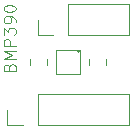
<source format=gbr>
%TF.GenerationSoftware,KiCad,Pcbnew,7.0.7*%
%TF.CreationDate,2023-10-19T21:29:00-04:00*%
%TF.ProjectId,BMP390_I2C_breakout,424d5033-3930-45f4-9932-435f62726561,rev?*%
%TF.SameCoordinates,Original*%
%TF.FileFunction,Legend,Top*%
%TF.FilePolarity,Positive*%
%FSLAX46Y46*%
G04 Gerber Fmt 4.6, Leading zero omitted, Abs format (unit mm)*
G04 Created by KiCad (PCBNEW 7.0.7) date 2023-10-19 21:29:00*
%MOMM*%
%LPD*%
G01*
G04 APERTURE LIST*
%ADD10C,0.100000*%
%ADD11C,0.120000*%
G04 APERTURE END LIST*
D10*
X139933609Y-89828571D02*
X139981228Y-89685714D01*
X139981228Y-89685714D02*
X140028847Y-89638095D01*
X140028847Y-89638095D02*
X140124085Y-89590476D01*
X140124085Y-89590476D02*
X140266942Y-89590476D01*
X140266942Y-89590476D02*
X140362180Y-89638095D01*
X140362180Y-89638095D02*
X140409800Y-89685714D01*
X140409800Y-89685714D02*
X140457419Y-89780952D01*
X140457419Y-89780952D02*
X140457419Y-90161904D01*
X140457419Y-90161904D02*
X139457419Y-90161904D01*
X139457419Y-90161904D02*
X139457419Y-89828571D01*
X139457419Y-89828571D02*
X139505038Y-89733333D01*
X139505038Y-89733333D02*
X139552657Y-89685714D01*
X139552657Y-89685714D02*
X139647895Y-89638095D01*
X139647895Y-89638095D02*
X139743133Y-89638095D01*
X139743133Y-89638095D02*
X139838371Y-89685714D01*
X139838371Y-89685714D02*
X139885990Y-89733333D01*
X139885990Y-89733333D02*
X139933609Y-89828571D01*
X139933609Y-89828571D02*
X139933609Y-90161904D01*
X140457419Y-89161904D02*
X139457419Y-89161904D01*
X139457419Y-89161904D02*
X140171704Y-88828571D01*
X140171704Y-88828571D02*
X139457419Y-88495238D01*
X139457419Y-88495238D02*
X140457419Y-88495238D01*
X140457419Y-88019047D02*
X139457419Y-88019047D01*
X139457419Y-88019047D02*
X139457419Y-87638095D01*
X139457419Y-87638095D02*
X139505038Y-87542857D01*
X139505038Y-87542857D02*
X139552657Y-87495238D01*
X139552657Y-87495238D02*
X139647895Y-87447619D01*
X139647895Y-87447619D02*
X139790752Y-87447619D01*
X139790752Y-87447619D02*
X139885990Y-87495238D01*
X139885990Y-87495238D02*
X139933609Y-87542857D01*
X139933609Y-87542857D02*
X139981228Y-87638095D01*
X139981228Y-87638095D02*
X139981228Y-88019047D01*
X139457419Y-87114285D02*
X139457419Y-86495238D01*
X139457419Y-86495238D02*
X139838371Y-86828571D01*
X139838371Y-86828571D02*
X139838371Y-86685714D01*
X139838371Y-86685714D02*
X139885990Y-86590476D01*
X139885990Y-86590476D02*
X139933609Y-86542857D01*
X139933609Y-86542857D02*
X140028847Y-86495238D01*
X140028847Y-86495238D02*
X140266942Y-86495238D01*
X140266942Y-86495238D02*
X140362180Y-86542857D01*
X140362180Y-86542857D02*
X140409800Y-86590476D01*
X140409800Y-86590476D02*
X140457419Y-86685714D01*
X140457419Y-86685714D02*
X140457419Y-86971428D01*
X140457419Y-86971428D02*
X140409800Y-87066666D01*
X140409800Y-87066666D02*
X140362180Y-87114285D01*
X140457419Y-86019047D02*
X140457419Y-85828571D01*
X140457419Y-85828571D02*
X140409800Y-85733333D01*
X140409800Y-85733333D02*
X140362180Y-85685714D01*
X140362180Y-85685714D02*
X140219323Y-85590476D01*
X140219323Y-85590476D02*
X140028847Y-85542857D01*
X140028847Y-85542857D02*
X139647895Y-85542857D01*
X139647895Y-85542857D02*
X139552657Y-85590476D01*
X139552657Y-85590476D02*
X139505038Y-85638095D01*
X139505038Y-85638095D02*
X139457419Y-85733333D01*
X139457419Y-85733333D02*
X139457419Y-85923809D01*
X139457419Y-85923809D02*
X139505038Y-86019047D01*
X139505038Y-86019047D02*
X139552657Y-86066666D01*
X139552657Y-86066666D02*
X139647895Y-86114285D01*
X139647895Y-86114285D02*
X139885990Y-86114285D01*
X139885990Y-86114285D02*
X139981228Y-86066666D01*
X139981228Y-86066666D02*
X140028847Y-86019047D01*
X140028847Y-86019047D02*
X140076466Y-85923809D01*
X140076466Y-85923809D02*
X140076466Y-85733333D01*
X140076466Y-85733333D02*
X140028847Y-85638095D01*
X140028847Y-85638095D02*
X139981228Y-85590476D01*
X139981228Y-85590476D02*
X139885990Y-85542857D01*
X139457419Y-84923809D02*
X139457419Y-84828571D01*
X139457419Y-84828571D02*
X139505038Y-84733333D01*
X139505038Y-84733333D02*
X139552657Y-84685714D01*
X139552657Y-84685714D02*
X139647895Y-84638095D01*
X139647895Y-84638095D02*
X139838371Y-84590476D01*
X139838371Y-84590476D02*
X140076466Y-84590476D01*
X140076466Y-84590476D02*
X140266942Y-84638095D01*
X140266942Y-84638095D02*
X140362180Y-84685714D01*
X140362180Y-84685714D02*
X140409800Y-84733333D01*
X140409800Y-84733333D02*
X140457419Y-84828571D01*
X140457419Y-84828571D02*
X140457419Y-84923809D01*
X140457419Y-84923809D02*
X140409800Y-85019047D01*
X140409800Y-85019047D02*
X140362180Y-85066666D01*
X140362180Y-85066666D02*
X140266942Y-85114285D01*
X140266942Y-85114285D02*
X140076466Y-85161904D01*
X140076466Y-85161904D02*
X139838371Y-85161904D01*
X139838371Y-85161904D02*
X139647895Y-85114285D01*
X139647895Y-85114285D02*
X139552657Y-85066666D01*
X139552657Y-85066666D02*
X139505038Y-85019047D01*
X139505038Y-85019047D02*
X139457419Y-84923809D01*
D11*
%TO.C,J2*%
X142315000Y-87130000D02*
X142315000Y-85800000D01*
X143645000Y-87130000D02*
X142315000Y-87130000D01*
X144915000Y-87130000D02*
X150055000Y-87130000D01*
X144915000Y-87130000D02*
X144915000Y-84470000D01*
X150055000Y-87130000D02*
X150055000Y-84470000D01*
X144915000Y-84470000D02*
X150055000Y-84470000D01*
%TO.C,C3*%
X143135000Y-89138748D02*
X143135000Y-89661252D01*
X141665000Y-89138748D02*
X141665000Y-89661252D01*
%TO.C,C4*%
X148135000Y-89138748D02*
X148135000Y-89661252D01*
X146665000Y-89138748D02*
X146665000Y-89661252D01*
D10*
%TO.C,BMP390*%
X143900000Y-88400000D02*
X145900000Y-88400000D01*
X145900000Y-88400000D02*
X145900000Y-90400000D01*
X145900000Y-90400000D02*
X143900000Y-90400000D01*
X143900000Y-90400000D02*
X143900000Y-88400000D01*
X145900000Y-88500000D02*
G75*
G03*
X145900000Y-88500000I-100000J0D01*
G01*
D11*
%TO.C,J1*%
X139770000Y-94750000D02*
X139770000Y-93420000D01*
X141100000Y-94750000D02*
X139770000Y-94750000D01*
X142370000Y-94750000D02*
X150050000Y-94750000D01*
X142370000Y-94750000D02*
X142370000Y-92090000D01*
X150050000Y-94750000D02*
X150050000Y-92090000D01*
X142370000Y-92090000D02*
X150050000Y-92090000D01*
%TD*%
M02*

</source>
